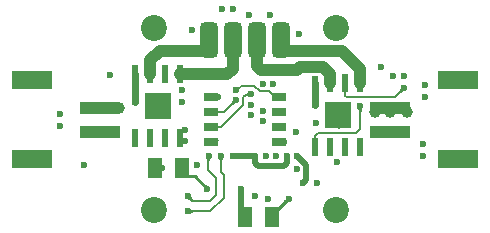
<source format=gbl>
G04*
G04 #@! TF.GenerationSoftware,Altium Limited,Altium Designer,21.9.2 (33)*
G04*
G04 Layer_Physical_Order=4*
G04 Layer_Color=16711680*
%FSLAX25Y25*%
%MOIN*%
G70*
G04*
G04 #@! TF.SameCoordinates,DE561362-EE76-411C-985F-06221E673FF8*
G04*
G04*
G04 #@! TF.FilePolarity,Positive*
G04*
G01*
G75*
%ADD11C,0.02362*%
%ADD12C,0.00787*%
%ADD15C,0.01000*%
%ADD57C,0.01968*%
%ADD60C,0.03937*%
%ADD61C,0.02362*%
%ADD62C,0.03937*%
%ADD63C,0.08661*%
%ADD65C,0.03150*%
G04:AMPARAMS|DCode=67|XSize=51.18mil|YSize=22.84mil|CornerRadius=2.85mil|HoleSize=0mil|Usage=FLASHONLY|Rotation=90.000|XOffset=0mil|YOffset=0mil|HoleType=Round|Shape=RoundedRectangle|*
%AMROUNDEDRECTD67*
21,1,0.05118,0.01713,0,0,90.0*
21,1,0.04547,0.02284,0,0,90.0*
1,1,0.00571,0.00856,0.02274*
1,1,0.00571,0.00856,-0.02274*
1,1,0.00571,-0.00856,-0.02274*
1,1,0.00571,-0.00856,0.02274*
%
%ADD67ROUNDEDRECTD67*%
G04:AMPARAMS|DCode=68|XSize=59.06mil|YSize=22.84mil|CornerRadius=2.85mil|HoleSize=0mil|Usage=FLASHONLY|Rotation=90.000|XOffset=0mil|YOffset=0mil|HoleType=Round|Shape=RoundedRectangle|*
%AMROUNDEDRECTD68*
21,1,0.05906,0.01713,0,0,90.0*
21,1,0.05335,0.02284,0,0,90.0*
1,1,0.00571,0.00856,0.02667*
1,1,0.00571,0.00856,-0.02667*
1,1,0.00571,-0.00856,-0.02667*
1,1,0.00571,-0.00856,0.02667*
%
%ADD68ROUNDEDRECTD68*%
%ADD69R,0.08996X0.08996*%
%ADD70R,0.04950X0.06700*%
G04:AMPARAMS|DCode=71|XSize=59.06mil|YSize=118.11mil|CornerRadius=14.76mil|HoleSize=0mil|Usage=FLASHONLY|Rotation=0.000|XOffset=0mil|YOffset=0mil|HoleType=Round|Shape=RoundedRectangle|*
%AMROUNDEDRECTD71*
21,1,0.05906,0.08858,0,0,0.0*
21,1,0.02953,0.11811,0,0,0.0*
1,1,0.02953,0.01476,-0.04429*
1,1,0.02953,-0.01476,-0.04429*
1,1,0.02953,-0.01476,0.04429*
1,1,0.02953,0.01476,0.04429*
%
%ADD71ROUNDEDRECTD71*%
%ADD72R,0.04949X0.06700*%
%ADD73R,0.13780X0.03937*%
%ADD74R,0.13386X0.05906*%
%ADD75R,0.05158X0.02559*%
G36*
X-17178Y-30894D02*
X-17287Y-30898D01*
X-17394Y-30911D01*
X-17499Y-30933D01*
X-17600Y-30963D01*
X-17700Y-31002D01*
X-17796Y-31050D01*
X-17890Y-31106D01*
X-17981Y-31171D01*
X-18070Y-31245D01*
X-18157Y-31327D01*
Y-29673D01*
X-18070Y-29755D01*
X-17981Y-29829D01*
X-17890Y-29894D01*
X-17796Y-29950D01*
X-17700Y-29998D01*
X-17600Y-30037D01*
X-17499Y-30067D01*
X-17394Y-30089D01*
X-17287Y-30102D01*
X-17178Y-30106D01*
Y-30894D01*
D02*
G37*
G36*
X-17990Y-27067D02*
X-18070Y-26992D01*
X-18155Y-26926D01*
X-18244Y-26868D01*
X-18338Y-26817D01*
X-18435Y-26774D01*
X-18537Y-26740D01*
X-18644Y-26713D01*
X-18754Y-26695D01*
X-18869Y-26684D01*
X-18988Y-26681D01*
X-17819Y-25512D01*
X-17816Y-25631D01*
X-17806Y-25746D01*
X-17787Y-25856D01*
X-17760Y-25963D01*
X-17726Y-26065D01*
X-17683Y-26162D01*
X-17632Y-26256D01*
X-17574Y-26345D01*
X-17507Y-26430D01*
X-17433Y-26510D01*
X-17990Y-27067D01*
D02*
G37*
G36*
X-13404Y-21389D02*
X-13317Y-21471D01*
X-13229Y-21545D01*
X-13141Y-21610D01*
X-13053Y-21666D01*
X-12964Y-21714D01*
X-12874Y-21752D01*
X-12784Y-21782D01*
X-12694Y-21803D01*
X-12603Y-21815D01*
X-12512Y-21819D01*
X-13681Y-22988D01*
X-13684Y-22897D01*
X-13697Y-22806D01*
X-13718Y-22716D01*
X-13748Y-22626D01*
X-13786Y-22536D01*
X-13834Y-22447D01*
X-13890Y-22359D01*
X-13955Y-22271D01*
X-14029Y-22183D01*
X-14111Y-22096D01*
X-13404Y-21389D01*
D02*
G37*
G36*
X-12543Y-13758D02*
X-12547Y-13650D01*
X-12558Y-13544D01*
X-12577Y-13439D01*
X-12604Y-13335D01*
X-12639Y-13231D01*
X-12681Y-13129D01*
X-12731Y-13029D01*
X-12788Y-12929D01*
X-12854Y-12830D01*
X-12927Y-12732D01*
X-11286Y-12941D01*
X-11376Y-13014D01*
X-11455Y-13092D01*
X-11526Y-13174D01*
X-11587Y-13260D01*
X-11638Y-13350D01*
X-11680Y-13444D01*
X-11713Y-13543D01*
X-11737Y-13646D01*
X-11751Y-13753D01*
X-11755Y-13864D01*
X-12543Y-13758D01*
D02*
G37*
G36*
X-10561Y-7361D02*
X-10827Y-7363D01*
X-11390Y-6489D01*
X-10561Y-6361D01*
Y-7361D01*
D02*
G37*
G36*
X-8394Y-13822D02*
X-8398Y-13713D01*
X-8411Y-13606D01*
X-8433Y-13501D01*
X-8463Y-13400D01*
X-8502Y-13300D01*
X-8550Y-13204D01*
X-8606Y-13110D01*
X-8671Y-13018D01*
X-8744Y-12930D01*
X-8827Y-12844D01*
X-7173D01*
X-7255Y-12930D01*
X-7329Y-13018D01*
X-7394Y-13110D01*
X-7450Y-13204D01*
X-7498Y-13300D01*
X-7537Y-13400D01*
X-7567Y-13501D01*
X-7589Y-13606D01*
X-7602Y-13713D01*
X-7606Y-13822D01*
X-8394D01*
D02*
G37*
G36*
X-4567Y5490D02*
X-4493Y5570D01*
X-4426Y5655D01*
X-4368Y5744D01*
X-4317Y5838D01*
X-4275Y5935D01*
X-4240Y6037D01*
X-4213Y6144D01*
X-4194Y6254D01*
X-4184Y6369D01*
X-4181Y6488D01*
X-3012Y5319D01*
X-3131Y5316D01*
X-3246Y5305D01*
X-3356Y5287D01*
X-3463Y5260D01*
X-3565Y5226D01*
X-3662Y5183D01*
X-3756Y5132D01*
X-3845Y5074D01*
X-3930Y5007D01*
X-4010Y4933D01*
X-4567Y5490D01*
D02*
G37*
G36*
X367Y8761D02*
X457Y8762D01*
X612Y8775D01*
X677Y8785D01*
X734Y8799D01*
X782Y8816D01*
X822Y8836D01*
X854Y8859D01*
X878Y8885D01*
X894Y8914D01*
X1015Y7849D01*
X993Y7873D01*
X962Y7894D01*
X922Y7913D01*
X872Y7929D01*
X812Y7942D01*
X742Y7954D01*
X574Y7968D01*
X367Y7973D01*
Y8761D01*
D02*
G37*
G36*
X12946Y-27097D02*
X13029Y-27010D01*
X13172Y-26837D01*
X13233Y-26750D01*
X13286Y-26662D01*
X13332Y-26575D01*
X13370Y-26488D01*
X13401Y-26400D01*
X13425Y-26313D01*
X13441Y-26225D01*
X14422Y-27556D01*
X14332Y-27546D01*
X14243Y-27547D01*
X14154Y-27558D01*
X14065Y-27580D01*
X13976Y-27611D01*
X13887Y-27653D01*
X13799Y-27705D01*
X13711Y-27767D01*
X13622Y-27840D01*
X13534Y-27923D01*
X12946Y-27097D01*
D02*
G37*
G36*
X38106Y2678D02*
X38102Y2787D01*
X38089Y2894D01*
X38067Y2999D01*
X38037Y3100D01*
X37998Y3200D01*
X37950Y3296D01*
X37894Y3390D01*
X37829Y3481D01*
X37756Y3570D01*
X37673Y3656D01*
X39327D01*
X39244Y3570D01*
X39171Y3481D01*
X39106Y3390D01*
X39050Y3296D01*
X39002Y3200D01*
X38963Y3100D01*
X38933Y2999D01*
X38911Y2894D01*
X38898Y2787D01*
X38894Y2678D01*
X38106D01*
D02*
G37*
G36*
X51433Y9490D02*
X51508Y9570D01*
X51574Y9655D01*
X51632Y9744D01*
X51683Y9838D01*
X51726Y9935D01*
X51760Y10037D01*
X51787Y10144D01*
X51806Y10254D01*
X51816Y10369D01*
X51819Y10488D01*
X52988Y9319D01*
X52869Y9316D01*
X52754Y9306D01*
X52644Y9287D01*
X52537Y9260D01*
X52435Y9225D01*
X52338Y9183D01*
X52244Y9132D01*
X52155Y9074D01*
X52070Y9008D01*
X51990Y8933D01*
X51433Y9490D01*
D02*
G37*
D11*
X-36500Y6000D02*
Y15150D01*
X23500Y5000D02*
Y12150D01*
D12*
X50000Y7500D02*
X53000Y10500D01*
X33961Y7500D02*
X50000D01*
X33500Y7961D02*
Y12150D01*
Y7961D02*
X33961Y7500D01*
X-8000Y-17500D02*
X-7000Y-18500D01*
Y-26000D02*
Y-18500D01*
X-8000Y-17500D02*
Y-12000D01*
X-12149Y-16851D02*
Y-12149D01*
Y-16851D02*
X-9500Y-19500D01*
X-11500Y-30500D02*
X-7000Y-26000D01*
X-19000Y-30500D02*
X-11500D01*
Y-27000D02*
X-9500Y-25000D01*
X-17500Y-27000D02*
X-11500D01*
X-9500Y-25000D02*
Y-19500D01*
X-19000Y-25500D02*
X-17500Y-27000D01*
X-12149Y-12149D02*
X-12000Y-12000D01*
X-500Y5000D02*
Y7500D01*
X-11201Y-2500D02*
X-11103Y-2402D01*
X-7902D01*
X-500Y5000D01*
X-11201Y2500D02*
X-7000D01*
X-3000Y6500D01*
X-1773Y10801D02*
X-1699D01*
X-2574Y10000D02*
X-1773Y10801D01*
X-3000Y10000D02*
X-2574D01*
X-1076Y11424D02*
X3076D01*
X-1699Y10801D02*
X-1076Y11424D01*
X1867Y8367D02*
X2000Y8500D01*
X367Y8367D02*
X1867D01*
X-500Y7500D02*
X367Y8367D01*
X-9262Y-6861D02*
X-9016Y-6614D01*
X5000Y9500D02*
X7902D01*
X3076Y11424D02*
X5000Y9500D01*
X7902D02*
X9902Y7500D01*
X11201D01*
X23500Y-7000D02*
Y-5500D01*
X24500Y-4500D01*
X37000D01*
X38500Y-3000D01*
Y4500D01*
D15*
X14360Y-26390D02*
X14610D01*
X9125Y-32500D02*
Y-31625D01*
X14360Y-26390D01*
X-1740Y-30260D02*
X-1240Y-29760D01*
X-1000Y-31000D02*
X-500D01*
X-1740Y-30260D02*
X-1000Y-31000D01*
X7150Y-30525D02*
X9125Y-32500D01*
X14610Y-26640D02*
Y-26390D01*
X-12000Y-7500D02*
X-11361Y-6861D01*
X-10561D01*
X-19390Y-18850D02*
X-16650D01*
X-12500Y-23000D01*
X-20858Y-17381D02*
X-19390Y-18850D01*
X-20858Y-17381D02*
Y-16000D01*
D57*
X20500Y-19894D02*
Y-15000D01*
X17500Y-12000D02*
X20500Y-15000D01*
X19500Y-21000D02*
Y-20893D01*
X20500Y-19894D01*
X-1240Y-29760D02*
Y-23016D01*
X13000Y-15500D02*
X14000Y-14500D01*
Y-12000D01*
X3500Y-14500D02*
X4500Y-15500D01*
X3500Y-14500D02*
Y-12000D01*
X4500Y-15500D02*
X13000D01*
X-4000Y-12000D02*
X3500D01*
D60*
X-21500Y15150D02*
X-5845D01*
X-4000Y16995D02*
Y20500D01*
X-5845Y15150D02*
X-4000Y16995D01*
X18500Y17500D02*
X26194D01*
X28500Y15194D01*
X17500Y16500D02*
X18500Y17500D01*
X28500Y12150D02*
Y15194D01*
X5384Y16500D02*
X17500D01*
X38500Y12150D02*
Y17000D01*
X12984Y23000D02*
X32500D01*
X38500Y17000D01*
X12000Y23984D02*
X12984Y23000D01*
X12000Y23984D02*
Y26500D01*
X4000Y17884D02*
Y26500D01*
Y17884D02*
X5384Y16500D01*
X-31500Y19815D02*
X-28315Y23000D01*
X-13378D01*
X-31500Y15150D02*
Y19815D01*
D61*
X-17500Y30000D02*
D03*
X24000Y-21000D02*
D03*
X17000Y-4000D02*
D03*
X17500Y-16500D02*
D03*
X19500Y-21000D02*
D03*
X38219Y-9000D02*
D03*
X53000Y10500D02*
D03*
X-53500Y-15000D02*
D03*
X49500Y14500D02*
D03*
X45500Y17500D02*
D03*
X-500Y-31000D02*
D03*
X14610Y-26390D02*
D03*
X-1240Y-23016D02*
D03*
X14000Y-12000D02*
D03*
X-12000Y-7500D02*
D03*
Y-12000D02*
D03*
X-8000D02*
D03*
X-3000Y6500D02*
D03*
Y10000D02*
D03*
X2000Y1500D02*
D03*
Y5000D02*
D03*
X-12500Y-23000D02*
D03*
X-19000Y-30500D02*
D03*
X59500Y-8000D02*
D03*
X-61500Y-2000D02*
D03*
X2000Y8500D02*
D03*
X6000Y12000D02*
D03*
X-27631Y-16000D02*
D03*
X18000Y28500D02*
D03*
X9500Y12000D02*
D03*
X6000Y3000D02*
D03*
X60000Y7500D02*
D03*
Y11500D02*
D03*
X-16000Y-15000D02*
D03*
X-36500Y6000D02*
D03*
X-45000Y15000D02*
D03*
X-32000Y3000D02*
D03*
X11000Y2500D02*
D03*
X23834Y-913D02*
D03*
X38500Y4500D02*
D03*
X6000Y-426D02*
D03*
X23500Y5000D02*
D03*
X33320Y-8126D02*
D03*
X28320D02*
D03*
X-21000Y10000D02*
D03*
Y6000D02*
D03*
X-9000Y7500D02*
D03*
X-26500Y-5500D02*
D03*
X-31500D02*
D03*
X-36500D02*
D03*
X8240Y35000D02*
D03*
X1500D02*
D03*
X13000Y-7500D02*
D03*
X30575Y-13998D02*
D03*
X53000Y14500D02*
D03*
X-26500Y14000D02*
D03*
X-32000Y6000D02*
D03*
X-28500D02*
D03*
X-7500Y37000D02*
D03*
X-19000Y-25500D02*
D03*
X10500Y-12000D02*
D03*
X7000D02*
D03*
X-4000D02*
D03*
X17500D02*
D03*
X3500D02*
D03*
Y-25500D02*
D03*
X7675Y-26280D02*
D03*
X-20000Y-7000D02*
D03*
Y-3500D02*
D03*
X-61500Y2000D02*
D03*
X59500Y-12000D02*
D03*
X-3971Y36990D02*
D03*
D62*
X-52000Y-4000D02*
D03*
X50559Y-3964D02*
D03*
X54000Y2500D02*
D03*
X31500Y-1000D02*
D03*
X48500Y2500D02*
D03*
X-42000Y4000D02*
D03*
X-47000D02*
D03*
X-52000D02*
D03*
X43500Y2500D02*
D03*
D63*
X30315Y-30000D02*
D03*
X-30315D02*
D03*
Y30500D02*
D03*
X30315D02*
D03*
D65*
X-13378Y23000D02*
X-12000Y24378D01*
Y26500D01*
D67*
X23500Y11811D02*
D03*
D68*
X33500Y-9150D02*
D03*
X28500D02*
D03*
X23500D02*
D03*
X28500Y12150D02*
D03*
X33500D02*
D03*
X38500D02*
D03*
Y-9150D02*
D03*
X-36500Y-6150D02*
D03*
X-31500D02*
D03*
X-26500D02*
D03*
X-21500D02*
D03*
X-36500Y15150D02*
D03*
X-31500D02*
D03*
X-26500D02*
D03*
X-21500D02*
D03*
D69*
X31000Y1500D02*
D03*
X-29000Y4500D02*
D03*
D70*
X9125Y-32500D02*
D03*
X-125D02*
D03*
D71*
X-12000Y26500D02*
D03*
X12000D02*
D03*
X4000D02*
D03*
X-4000D02*
D03*
D72*
X-20874Y-16000D02*
D03*
X-30126D02*
D03*
D73*
X48417Y3937D02*
D03*
Y-3937D02*
D03*
X-48417Y3937D02*
D03*
Y-3937D02*
D03*
D74*
X71055Y13189D02*
D03*
Y-13189D02*
D03*
X-71055Y13189D02*
D03*
Y-13189D02*
D03*
D75*
X11201Y7500D02*
D03*
Y2500D02*
D03*
Y-2500D02*
D03*
Y-7500D02*
D03*
X-11201D02*
D03*
Y-2500D02*
D03*
Y2500D02*
D03*
Y7500D02*
D03*
M02*

</source>
